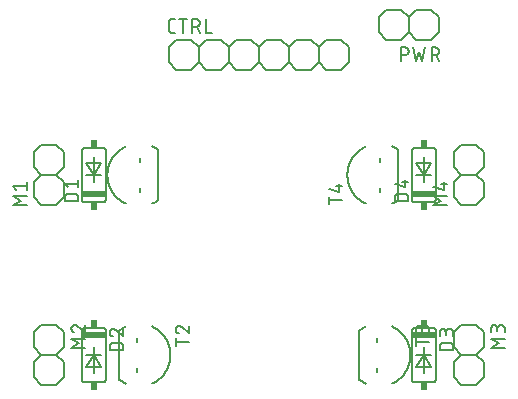
<source format=gbr>
G04 EAGLE Gerber RS-274X export*
G75*
%MOMM*%
%FSLAX34Y34*%
%LPD*%
%INSilkscreen Top*%
%IPPOS*%
%AMOC8*
5,1,8,0,0,1.08239X$1,22.5*%
G01*
%ADD10C,0.152400*%
%ADD11C,0.127000*%
%ADD12R,2.032000X0.508000*%
%ADD13R,0.508000X0.635000*%


D10*
X247650Y330200D02*
X260350Y330200D01*
X266700Y323850D01*
X266700Y311150D01*
X260350Y304800D01*
X266700Y323850D02*
X273050Y330200D01*
X285750Y330200D01*
X292100Y323850D01*
X292100Y311150D01*
X285750Y304800D01*
X273050Y304800D01*
X266700Y311150D01*
X222250Y330200D02*
X215900Y323850D01*
X222250Y330200D02*
X234950Y330200D01*
X241300Y323850D01*
X241300Y311150D01*
X234950Y304800D01*
X222250Y304800D01*
X215900Y311150D01*
X241300Y323850D02*
X247650Y330200D01*
X241300Y311150D02*
X247650Y304800D01*
X260350Y304800D01*
X184150Y330200D02*
X171450Y330200D01*
X184150Y330200D02*
X190500Y323850D01*
X190500Y311150D01*
X184150Y304800D01*
X190500Y323850D02*
X196850Y330200D01*
X209550Y330200D01*
X215900Y323850D01*
X215900Y311150D01*
X209550Y304800D01*
X196850Y304800D01*
X190500Y311150D01*
X165100Y311150D02*
X165100Y323850D01*
X171450Y330200D01*
X165100Y311150D02*
X171450Y304800D01*
X184150Y304800D01*
X298450Y330200D02*
X311150Y330200D01*
X317500Y323850D01*
X317500Y311150D01*
X311150Y304800D01*
X292100Y323850D02*
X298450Y330200D01*
X292100Y311150D02*
X298450Y304800D01*
X311150Y304800D01*
D11*
X170053Y336423D02*
X167513Y336423D01*
X167413Y336425D01*
X167314Y336431D01*
X167214Y336441D01*
X167116Y336454D01*
X167017Y336472D01*
X166920Y336493D01*
X166824Y336518D01*
X166728Y336547D01*
X166634Y336580D01*
X166541Y336616D01*
X166450Y336656D01*
X166360Y336700D01*
X166272Y336747D01*
X166186Y336797D01*
X166102Y336851D01*
X166020Y336908D01*
X165941Y336968D01*
X165863Y337032D01*
X165789Y337098D01*
X165717Y337167D01*
X165648Y337239D01*
X165582Y337313D01*
X165518Y337391D01*
X165458Y337470D01*
X165401Y337552D01*
X165347Y337636D01*
X165297Y337722D01*
X165250Y337810D01*
X165206Y337900D01*
X165166Y337991D01*
X165130Y338084D01*
X165097Y338178D01*
X165068Y338274D01*
X165043Y338370D01*
X165022Y338467D01*
X165004Y338566D01*
X164991Y338664D01*
X164981Y338764D01*
X164975Y338863D01*
X164973Y338963D01*
X164973Y345313D01*
X164975Y345413D01*
X164981Y345512D01*
X164991Y345612D01*
X165004Y345710D01*
X165022Y345809D01*
X165043Y345906D01*
X165068Y346002D01*
X165097Y346098D01*
X165130Y346192D01*
X165166Y346285D01*
X165206Y346376D01*
X165250Y346466D01*
X165297Y346554D01*
X165347Y346640D01*
X165401Y346724D01*
X165458Y346806D01*
X165518Y346885D01*
X165582Y346963D01*
X165648Y347037D01*
X165717Y347109D01*
X165789Y347178D01*
X165863Y347244D01*
X165941Y347308D01*
X166020Y347368D01*
X166102Y347425D01*
X166186Y347479D01*
X166272Y347529D01*
X166360Y347576D01*
X166450Y347620D01*
X166541Y347660D01*
X166634Y347696D01*
X166728Y347729D01*
X166824Y347758D01*
X166920Y347783D01*
X167017Y347804D01*
X167116Y347822D01*
X167214Y347835D01*
X167314Y347845D01*
X167413Y347851D01*
X167513Y347853D01*
X170053Y347853D01*
X176948Y347853D02*
X176948Y336423D01*
X173773Y347853D02*
X180123Y347853D01*
X184905Y347853D02*
X184905Y336423D01*
X184905Y347853D02*
X188080Y347853D01*
X188191Y347851D01*
X188301Y347845D01*
X188412Y347836D01*
X188522Y347822D01*
X188631Y347805D01*
X188740Y347784D01*
X188848Y347759D01*
X188955Y347730D01*
X189061Y347698D01*
X189166Y347662D01*
X189269Y347622D01*
X189371Y347579D01*
X189472Y347532D01*
X189571Y347481D01*
X189668Y347428D01*
X189762Y347371D01*
X189855Y347310D01*
X189946Y347247D01*
X190035Y347180D01*
X190121Y347110D01*
X190204Y347037D01*
X190286Y346962D01*
X190364Y346884D01*
X190439Y346802D01*
X190512Y346719D01*
X190582Y346633D01*
X190649Y346544D01*
X190712Y346453D01*
X190773Y346360D01*
X190830Y346265D01*
X190883Y346169D01*
X190934Y346070D01*
X190981Y345969D01*
X191024Y345867D01*
X191064Y345764D01*
X191100Y345659D01*
X191132Y345553D01*
X191161Y345446D01*
X191186Y345338D01*
X191207Y345229D01*
X191224Y345120D01*
X191238Y345010D01*
X191247Y344899D01*
X191253Y344789D01*
X191255Y344678D01*
X191253Y344567D01*
X191247Y344457D01*
X191238Y344346D01*
X191224Y344236D01*
X191207Y344127D01*
X191186Y344018D01*
X191161Y343910D01*
X191132Y343803D01*
X191100Y343697D01*
X191064Y343592D01*
X191024Y343489D01*
X190981Y343387D01*
X190934Y343286D01*
X190883Y343187D01*
X190830Y343090D01*
X190773Y342996D01*
X190712Y342903D01*
X190649Y342812D01*
X190582Y342723D01*
X190512Y342637D01*
X190439Y342554D01*
X190364Y342472D01*
X190286Y342394D01*
X190204Y342319D01*
X190121Y342246D01*
X190035Y342176D01*
X189946Y342109D01*
X189855Y342046D01*
X189762Y341985D01*
X189667Y341928D01*
X189571Y341875D01*
X189472Y341824D01*
X189371Y341777D01*
X189269Y341734D01*
X189166Y341694D01*
X189061Y341658D01*
X188955Y341626D01*
X188848Y341597D01*
X188740Y341572D01*
X188631Y341551D01*
X188522Y341534D01*
X188412Y341520D01*
X188301Y341511D01*
X188191Y341505D01*
X188080Y341503D01*
X184905Y341503D01*
X188715Y341503D02*
X191255Y336423D01*
X196659Y336423D02*
X196659Y347853D01*
X196659Y336423D02*
X201739Y336423D01*
D10*
X101600Y215900D02*
X101600Y209550D01*
X95250Y226060D02*
X107950Y226060D01*
X101600Y215900D01*
X101600Y231140D01*
X95250Y226060D02*
X101600Y215900D01*
X95250Y215900D01*
X101600Y215900D02*
X107950Y215900D01*
X91440Y236220D02*
X91442Y236320D01*
X91448Y236419D01*
X91458Y236519D01*
X91471Y236617D01*
X91489Y236716D01*
X91510Y236813D01*
X91535Y236909D01*
X91564Y237005D01*
X91597Y237099D01*
X91633Y237192D01*
X91673Y237283D01*
X91717Y237373D01*
X91764Y237461D01*
X91814Y237547D01*
X91868Y237631D01*
X91925Y237713D01*
X91985Y237792D01*
X92049Y237870D01*
X92115Y237944D01*
X92184Y238016D01*
X92256Y238085D01*
X92330Y238151D01*
X92408Y238215D01*
X92487Y238275D01*
X92569Y238332D01*
X92653Y238386D01*
X92739Y238436D01*
X92827Y238483D01*
X92917Y238527D01*
X93008Y238567D01*
X93101Y238603D01*
X93195Y238636D01*
X93291Y238665D01*
X93387Y238690D01*
X93484Y238711D01*
X93583Y238729D01*
X93681Y238742D01*
X93781Y238752D01*
X93880Y238758D01*
X93980Y238760D01*
X109220Y238760D01*
X109320Y238758D01*
X109419Y238752D01*
X109519Y238742D01*
X109617Y238729D01*
X109716Y238711D01*
X109813Y238690D01*
X109909Y238665D01*
X110005Y238636D01*
X110099Y238603D01*
X110192Y238567D01*
X110283Y238527D01*
X110373Y238483D01*
X110461Y238436D01*
X110547Y238386D01*
X110631Y238332D01*
X110713Y238275D01*
X110792Y238215D01*
X110870Y238151D01*
X110944Y238085D01*
X111016Y238016D01*
X111085Y237944D01*
X111151Y237870D01*
X111215Y237792D01*
X111275Y237713D01*
X111332Y237631D01*
X111386Y237547D01*
X111436Y237461D01*
X111483Y237373D01*
X111527Y237283D01*
X111567Y237192D01*
X111603Y237099D01*
X111636Y237005D01*
X111665Y236909D01*
X111690Y236813D01*
X111711Y236716D01*
X111729Y236617D01*
X111742Y236519D01*
X111752Y236419D01*
X111758Y236320D01*
X111760Y236220D01*
X91440Y195580D02*
X91442Y195480D01*
X91448Y195381D01*
X91458Y195281D01*
X91471Y195183D01*
X91489Y195084D01*
X91510Y194987D01*
X91535Y194891D01*
X91564Y194795D01*
X91597Y194701D01*
X91633Y194608D01*
X91673Y194517D01*
X91717Y194427D01*
X91764Y194339D01*
X91814Y194253D01*
X91868Y194169D01*
X91925Y194087D01*
X91985Y194008D01*
X92049Y193930D01*
X92115Y193856D01*
X92184Y193784D01*
X92256Y193715D01*
X92330Y193649D01*
X92408Y193585D01*
X92487Y193525D01*
X92569Y193468D01*
X92653Y193414D01*
X92739Y193364D01*
X92827Y193317D01*
X92917Y193273D01*
X93008Y193233D01*
X93101Y193197D01*
X93195Y193164D01*
X93291Y193135D01*
X93387Y193110D01*
X93484Y193089D01*
X93583Y193071D01*
X93681Y193058D01*
X93781Y193048D01*
X93880Y193042D01*
X93980Y193040D01*
X109220Y193040D02*
X109320Y193042D01*
X109419Y193048D01*
X109519Y193058D01*
X109617Y193071D01*
X109716Y193089D01*
X109813Y193110D01*
X109909Y193135D01*
X110005Y193164D01*
X110099Y193197D01*
X110192Y193233D01*
X110283Y193273D01*
X110373Y193317D01*
X110461Y193364D01*
X110547Y193414D01*
X110631Y193468D01*
X110713Y193525D01*
X110792Y193585D01*
X110870Y193649D01*
X110944Y193715D01*
X111016Y193784D01*
X111085Y193856D01*
X111151Y193930D01*
X111215Y194008D01*
X111275Y194087D01*
X111332Y194169D01*
X111386Y194253D01*
X111436Y194339D01*
X111483Y194427D01*
X111527Y194517D01*
X111567Y194608D01*
X111603Y194701D01*
X111636Y194795D01*
X111665Y194891D01*
X111690Y194987D01*
X111711Y195084D01*
X111729Y195183D01*
X111742Y195281D01*
X111752Y195381D01*
X111758Y195480D01*
X111760Y195580D01*
X111760Y236220D01*
X109220Y193040D02*
X93980Y193040D01*
X91440Y195580D02*
X91440Y236220D01*
D12*
X101600Y199390D03*
D13*
X101600Y241935D03*
X101600Y189865D03*
D11*
X88265Y193675D02*
X76835Y193675D01*
X76835Y196850D01*
X76837Y196961D01*
X76843Y197071D01*
X76852Y197182D01*
X76866Y197292D01*
X76883Y197401D01*
X76904Y197510D01*
X76929Y197618D01*
X76958Y197725D01*
X76990Y197831D01*
X77026Y197936D01*
X77066Y198039D01*
X77109Y198141D01*
X77156Y198242D01*
X77207Y198341D01*
X77260Y198438D01*
X77317Y198532D01*
X77378Y198625D01*
X77441Y198716D01*
X77508Y198805D01*
X77578Y198891D01*
X77651Y198974D01*
X77726Y199056D01*
X77804Y199134D01*
X77886Y199209D01*
X77969Y199282D01*
X78055Y199352D01*
X78144Y199419D01*
X78235Y199482D01*
X78328Y199543D01*
X78423Y199600D01*
X78519Y199653D01*
X78618Y199704D01*
X78719Y199751D01*
X78821Y199794D01*
X78924Y199834D01*
X79029Y199870D01*
X79135Y199902D01*
X79242Y199931D01*
X79350Y199956D01*
X79459Y199977D01*
X79568Y199994D01*
X79678Y200008D01*
X79789Y200017D01*
X79899Y200023D01*
X80010Y200025D01*
X85090Y200025D01*
X85201Y200023D01*
X85311Y200017D01*
X85422Y200008D01*
X85532Y199994D01*
X85641Y199977D01*
X85750Y199956D01*
X85858Y199931D01*
X85965Y199902D01*
X86071Y199870D01*
X86176Y199834D01*
X86279Y199794D01*
X86381Y199751D01*
X86482Y199704D01*
X86581Y199653D01*
X86678Y199600D01*
X86772Y199543D01*
X86865Y199482D01*
X86956Y199419D01*
X87045Y199352D01*
X87131Y199282D01*
X87214Y199209D01*
X87296Y199134D01*
X87374Y199056D01*
X87449Y198974D01*
X87522Y198891D01*
X87592Y198805D01*
X87659Y198716D01*
X87722Y198625D01*
X87783Y198532D01*
X87840Y198438D01*
X87893Y198341D01*
X87944Y198242D01*
X87991Y198141D01*
X88034Y198039D01*
X88074Y197936D01*
X88110Y197831D01*
X88142Y197725D01*
X88171Y197618D01*
X88196Y197510D01*
X88217Y197401D01*
X88234Y197292D01*
X88248Y197182D01*
X88257Y197071D01*
X88263Y196961D01*
X88265Y196850D01*
X88265Y193675D01*
X79375Y205486D02*
X76835Y208661D01*
X88265Y208661D01*
X88265Y205486D02*
X88265Y211836D01*
D10*
X101600Y69850D02*
X101600Y63500D01*
X107950Y53340D02*
X95250Y53340D01*
X101600Y63500D01*
X101600Y48260D01*
X107950Y53340D02*
X101600Y63500D01*
X107950Y63500D01*
X101600Y63500D02*
X95250Y63500D01*
X111760Y43180D02*
X111758Y43080D01*
X111752Y42981D01*
X111742Y42881D01*
X111729Y42783D01*
X111711Y42684D01*
X111690Y42587D01*
X111665Y42491D01*
X111636Y42395D01*
X111603Y42301D01*
X111567Y42208D01*
X111527Y42117D01*
X111483Y42027D01*
X111436Y41939D01*
X111386Y41853D01*
X111332Y41769D01*
X111275Y41687D01*
X111215Y41608D01*
X111151Y41530D01*
X111085Y41456D01*
X111016Y41384D01*
X110944Y41315D01*
X110870Y41249D01*
X110792Y41185D01*
X110713Y41125D01*
X110631Y41068D01*
X110547Y41014D01*
X110461Y40964D01*
X110373Y40917D01*
X110283Y40873D01*
X110192Y40833D01*
X110099Y40797D01*
X110005Y40764D01*
X109909Y40735D01*
X109813Y40710D01*
X109716Y40689D01*
X109617Y40671D01*
X109519Y40658D01*
X109419Y40648D01*
X109320Y40642D01*
X109220Y40640D01*
X93980Y40640D01*
X93880Y40642D01*
X93781Y40648D01*
X93681Y40658D01*
X93583Y40671D01*
X93484Y40689D01*
X93387Y40710D01*
X93291Y40735D01*
X93195Y40764D01*
X93101Y40797D01*
X93008Y40833D01*
X92917Y40873D01*
X92827Y40917D01*
X92739Y40964D01*
X92653Y41014D01*
X92569Y41068D01*
X92487Y41125D01*
X92408Y41185D01*
X92330Y41249D01*
X92256Y41315D01*
X92184Y41384D01*
X92115Y41456D01*
X92049Y41530D01*
X91985Y41608D01*
X91925Y41687D01*
X91868Y41769D01*
X91814Y41853D01*
X91764Y41939D01*
X91717Y42027D01*
X91673Y42117D01*
X91633Y42208D01*
X91597Y42301D01*
X91564Y42395D01*
X91535Y42491D01*
X91510Y42587D01*
X91489Y42684D01*
X91471Y42783D01*
X91458Y42881D01*
X91448Y42981D01*
X91442Y43080D01*
X91440Y43180D01*
X111760Y83820D02*
X111758Y83920D01*
X111752Y84019D01*
X111742Y84119D01*
X111729Y84217D01*
X111711Y84316D01*
X111690Y84413D01*
X111665Y84509D01*
X111636Y84605D01*
X111603Y84699D01*
X111567Y84792D01*
X111527Y84883D01*
X111483Y84973D01*
X111436Y85061D01*
X111386Y85147D01*
X111332Y85231D01*
X111275Y85313D01*
X111215Y85392D01*
X111151Y85470D01*
X111085Y85544D01*
X111016Y85616D01*
X110944Y85685D01*
X110870Y85751D01*
X110792Y85815D01*
X110713Y85875D01*
X110631Y85932D01*
X110547Y85986D01*
X110461Y86036D01*
X110373Y86083D01*
X110283Y86127D01*
X110192Y86167D01*
X110099Y86203D01*
X110005Y86236D01*
X109909Y86265D01*
X109813Y86290D01*
X109716Y86311D01*
X109617Y86329D01*
X109519Y86342D01*
X109419Y86352D01*
X109320Y86358D01*
X109220Y86360D01*
X93980Y86360D02*
X93880Y86358D01*
X93781Y86352D01*
X93681Y86342D01*
X93583Y86329D01*
X93484Y86311D01*
X93387Y86290D01*
X93291Y86265D01*
X93195Y86236D01*
X93101Y86203D01*
X93008Y86167D01*
X92917Y86127D01*
X92827Y86083D01*
X92739Y86036D01*
X92653Y85986D01*
X92569Y85932D01*
X92487Y85875D01*
X92408Y85815D01*
X92330Y85751D01*
X92256Y85685D01*
X92184Y85616D01*
X92115Y85544D01*
X92049Y85470D01*
X91985Y85392D01*
X91925Y85313D01*
X91868Y85231D01*
X91814Y85147D01*
X91764Y85061D01*
X91717Y84973D01*
X91673Y84883D01*
X91633Y84792D01*
X91597Y84699D01*
X91564Y84605D01*
X91535Y84509D01*
X91510Y84413D01*
X91489Y84316D01*
X91471Y84217D01*
X91458Y84119D01*
X91448Y84019D01*
X91442Y83920D01*
X91440Y83820D01*
X91440Y43180D01*
X93980Y86360D02*
X109220Y86360D01*
X111760Y83820D02*
X111760Y43180D01*
D12*
X101600Y80010D03*
D13*
X101600Y37465D03*
X101600Y89535D03*
D11*
X114935Y67564D02*
X126365Y67564D01*
X114935Y67564D02*
X114935Y70739D01*
X114937Y70850D01*
X114943Y70960D01*
X114952Y71071D01*
X114966Y71181D01*
X114983Y71290D01*
X115004Y71399D01*
X115029Y71507D01*
X115058Y71614D01*
X115090Y71720D01*
X115126Y71825D01*
X115166Y71928D01*
X115209Y72030D01*
X115256Y72131D01*
X115307Y72230D01*
X115360Y72327D01*
X115417Y72421D01*
X115478Y72514D01*
X115541Y72605D01*
X115608Y72694D01*
X115678Y72780D01*
X115751Y72863D01*
X115826Y72945D01*
X115904Y73023D01*
X115986Y73098D01*
X116069Y73171D01*
X116155Y73241D01*
X116244Y73308D01*
X116335Y73371D01*
X116428Y73432D01*
X116523Y73489D01*
X116619Y73542D01*
X116718Y73593D01*
X116819Y73640D01*
X116921Y73683D01*
X117024Y73723D01*
X117129Y73759D01*
X117235Y73791D01*
X117342Y73820D01*
X117450Y73845D01*
X117559Y73866D01*
X117668Y73883D01*
X117778Y73897D01*
X117889Y73906D01*
X117999Y73912D01*
X118110Y73914D01*
X123190Y73914D01*
X123301Y73912D01*
X123411Y73906D01*
X123522Y73897D01*
X123632Y73883D01*
X123741Y73866D01*
X123850Y73845D01*
X123958Y73820D01*
X124065Y73791D01*
X124171Y73759D01*
X124276Y73723D01*
X124379Y73683D01*
X124481Y73640D01*
X124582Y73593D01*
X124681Y73542D01*
X124778Y73489D01*
X124872Y73432D01*
X124965Y73371D01*
X125056Y73308D01*
X125145Y73241D01*
X125231Y73171D01*
X125314Y73098D01*
X125396Y73023D01*
X125474Y72945D01*
X125549Y72863D01*
X125622Y72780D01*
X125692Y72694D01*
X125759Y72605D01*
X125822Y72514D01*
X125883Y72421D01*
X125940Y72327D01*
X125993Y72230D01*
X126044Y72131D01*
X126091Y72030D01*
X126134Y71928D01*
X126174Y71825D01*
X126210Y71720D01*
X126242Y71614D01*
X126271Y71507D01*
X126296Y71399D01*
X126317Y71290D01*
X126334Y71181D01*
X126348Y71071D01*
X126357Y70960D01*
X126363Y70850D01*
X126365Y70739D01*
X126365Y67564D01*
X114935Y82868D02*
X114937Y82972D01*
X114943Y83077D01*
X114952Y83181D01*
X114965Y83284D01*
X114983Y83387D01*
X115003Y83489D01*
X115028Y83591D01*
X115056Y83691D01*
X115088Y83791D01*
X115124Y83889D01*
X115163Y83986D01*
X115205Y84081D01*
X115251Y84175D01*
X115301Y84267D01*
X115353Y84357D01*
X115409Y84445D01*
X115469Y84531D01*
X115531Y84615D01*
X115596Y84696D01*
X115664Y84775D01*
X115736Y84852D01*
X115809Y84925D01*
X115886Y84997D01*
X115965Y85065D01*
X116046Y85130D01*
X116130Y85192D01*
X116216Y85252D01*
X116304Y85308D01*
X116394Y85360D01*
X116486Y85410D01*
X116580Y85456D01*
X116675Y85498D01*
X116772Y85537D01*
X116870Y85573D01*
X116970Y85605D01*
X117070Y85633D01*
X117172Y85658D01*
X117274Y85678D01*
X117377Y85696D01*
X117480Y85709D01*
X117584Y85718D01*
X117689Y85724D01*
X117793Y85726D01*
X114935Y82868D02*
X114937Y82750D01*
X114943Y82631D01*
X114952Y82513D01*
X114965Y82396D01*
X114983Y82279D01*
X115003Y82162D01*
X115028Y82046D01*
X115056Y81931D01*
X115089Y81818D01*
X115124Y81705D01*
X115164Y81593D01*
X115206Y81483D01*
X115253Y81374D01*
X115303Y81266D01*
X115356Y81161D01*
X115413Y81057D01*
X115473Y80955D01*
X115536Y80855D01*
X115603Y80757D01*
X115672Y80661D01*
X115745Y80568D01*
X115821Y80477D01*
X115899Y80388D01*
X115981Y80302D01*
X116065Y80219D01*
X116151Y80138D01*
X116241Y80061D01*
X116332Y79986D01*
X116426Y79914D01*
X116523Y79845D01*
X116621Y79780D01*
X116722Y79717D01*
X116825Y79658D01*
X116929Y79602D01*
X117035Y79550D01*
X117143Y79501D01*
X117252Y79456D01*
X117363Y79414D01*
X117475Y79376D01*
X120015Y84773D02*
X119940Y84849D01*
X119861Y84924D01*
X119780Y84995D01*
X119696Y85064D01*
X119610Y85129D01*
X119522Y85191D01*
X119432Y85251D01*
X119340Y85307D01*
X119245Y85360D01*
X119149Y85409D01*
X119051Y85455D01*
X118952Y85498D01*
X118851Y85537D01*
X118749Y85572D01*
X118646Y85604D01*
X118542Y85632D01*
X118437Y85657D01*
X118330Y85678D01*
X118224Y85695D01*
X118117Y85708D01*
X118009Y85717D01*
X117901Y85723D01*
X117793Y85725D01*
X120015Y84773D02*
X126365Y79375D01*
X126365Y85725D01*
D10*
X381000Y69850D02*
X381000Y63500D01*
X387350Y53340D02*
X374650Y53340D01*
X381000Y63500D01*
X381000Y48260D01*
X387350Y53340D02*
X381000Y63500D01*
X387350Y63500D01*
X381000Y63500D02*
X374650Y63500D01*
X391160Y43180D02*
X391158Y43080D01*
X391152Y42981D01*
X391142Y42881D01*
X391129Y42783D01*
X391111Y42684D01*
X391090Y42587D01*
X391065Y42491D01*
X391036Y42395D01*
X391003Y42301D01*
X390967Y42208D01*
X390927Y42117D01*
X390883Y42027D01*
X390836Y41939D01*
X390786Y41853D01*
X390732Y41769D01*
X390675Y41687D01*
X390615Y41608D01*
X390551Y41530D01*
X390485Y41456D01*
X390416Y41384D01*
X390344Y41315D01*
X390270Y41249D01*
X390192Y41185D01*
X390113Y41125D01*
X390031Y41068D01*
X389947Y41014D01*
X389861Y40964D01*
X389773Y40917D01*
X389683Y40873D01*
X389592Y40833D01*
X389499Y40797D01*
X389405Y40764D01*
X389309Y40735D01*
X389213Y40710D01*
X389116Y40689D01*
X389017Y40671D01*
X388919Y40658D01*
X388819Y40648D01*
X388720Y40642D01*
X388620Y40640D01*
X373380Y40640D01*
X373280Y40642D01*
X373181Y40648D01*
X373081Y40658D01*
X372983Y40671D01*
X372884Y40689D01*
X372787Y40710D01*
X372691Y40735D01*
X372595Y40764D01*
X372501Y40797D01*
X372408Y40833D01*
X372317Y40873D01*
X372227Y40917D01*
X372139Y40964D01*
X372053Y41014D01*
X371969Y41068D01*
X371887Y41125D01*
X371808Y41185D01*
X371730Y41249D01*
X371656Y41315D01*
X371584Y41384D01*
X371515Y41456D01*
X371449Y41530D01*
X371385Y41608D01*
X371325Y41687D01*
X371268Y41769D01*
X371214Y41853D01*
X371164Y41939D01*
X371117Y42027D01*
X371073Y42117D01*
X371033Y42208D01*
X370997Y42301D01*
X370964Y42395D01*
X370935Y42491D01*
X370910Y42587D01*
X370889Y42684D01*
X370871Y42783D01*
X370858Y42881D01*
X370848Y42981D01*
X370842Y43080D01*
X370840Y43180D01*
X391160Y83820D02*
X391158Y83920D01*
X391152Y84019D01*
X391142Y84119D01*
X391129Y84217D01*
X391111Y84316D01*
X391090Y84413D01*
X391065Y84509D01*
X391036Y84605D01*
X391003Y84699D01*
X390967Y84792D01*
X390927Y84883D01*
X390883Y84973D01*
X390836Y85061D01*
X390786Y85147D01*
X390732Y85231D01*
X390675Y85313D01*
X390615Y85392D01*
X390551Y85470D01*
X390485Y85544D01*
X390416Y85616D01*
X390344Y85685D01*
X390270Y85751D01*
X390192Y85815D01*
X390113Y85875D01*
X390031Y85932D01*
X389947Y85986D01*
X389861Y86036D01*
X389773Y86083D01*
X389683Y86127D01*
X389592Y86167D01*
X389499Y86203D01*
X389405Y86236D01*
X389309Y86265D01*
X389213Y86290D01*
X389116Y86311D01*
X389017Y86329D01*
X388919Y86342D01*
X388819Y86352D01*
X388720Y86358D01*
X388620Y86360D01*
X373380Y86360D02*
X373280Y86358D01*
X373181Y86352D01*
X373081Y86342D01*
X372983Y86329D01*
X372884Y86311D01*
X372787Y86290D01*
X372691Y86265D01*
X372595Y86236D01*
X372501Y86203D01*
X372408Y86167D01*
X372317Y86127D01*
X372227Y86083D01*
X372139Y86036D01*
X372053Y85986D01*
X371969Y85932D01*
X371887Y85875D01*
X371808Y85815D01*
X371730Y85751D01*
X371656Y85685D01*
X371584Y85616D01*
X371515Y85544D01*
X371449Y85470D01*
X371385Y85392D01*
X371325Y85313D01*
X371268Y85231D01*
X371214Y85147D01*
X371164Y85061D01*
X371117Y84973D01*
X371073Y84883D01*
X371033Y84792D01*
X370997Y84699D01*
X370964Y84605D01*
X370935Y84509D01*
X370910Y84413D01*
X370889Y84316D01*
X370871Y84217D01*
X370858Y84119D01*
X370848Y84019D01*
X370842Y83920D01*
X370840Y83820D01*
X370840Y43180D01*
X373380Y86360D02*
X388620Y86360D01*
X391160Y83820D02*
X391160Y43180D01*
D12*
X381000Y80010D03*
D13*
X381000Y37465D03*
X381000Y89535D03*
D11*
X394335Y67564D02*
X405765Y67564D01*
X394335Y67564D02*
X394335Y70739D01*
X394337Y70850D01*
X394343Y70960D01*
X394352Y71071D01*
X394366Y71181D01*
X394383Y71290D01*
X394404Y71399D01*
X394429Y71507D01*
X394458Y71614D01*
X394490Y71720D01*
X394526Y71825D01*
X394566Y71928D01*
X394609Y72030D01*
X394656Y72131D01*
X394707Y72230D01*
X394760Y72327D01*
X394817Y72421D01*
X394878Y72514D01*
X394941Y72605D01*
X395008Y72694D01*
X395078Y72780D01*
X395151Y72863D01*
X395226Y72945D01*
X395304Y73023D01*
X395386Y73098D01*
X395469Y73171D01*
X395555Y73241D01*
X395644Y73308D01*
X395735Y73371D01*
X395828Y73432D01*
X395923Y73489D01*
X396019Y73542D01*
X396118Y73593D01*
X396219Y73640D01*
X396321Y73683D01*
X396424Y73723D01*
X396529Y73759D01*
X396635Y73791D01*
X396742Y73820D01*
X396850Y73845D01*
X396959Y73866D01*
X397068Y73883D01*
X397178Y73897D01*
X397289Y73906D01*
X397399Y73912D01*
X397510Y73914D01*
X402590Y73914D01*
X402701Y73912D01*
X402811Y73906D01*
X402922Y73897D01*
X403032Y73883D01*
X403141Y73866D01*
X403250Y73845D01*
X403358Y73820D01*
X403465Y73791D01*
X403571Y73759D01*
X403676Y73723D01*
X403779Y73683D01*
X403881Y73640D01*
X403982Y73593D01*
X404081Y73542D01*
X404178Y73489D01*
X404272Y73432D01*
X404365Y73371D01*
X404456Y73308D01*
X404545Y73241D01*
X404631Y73171D01*
X404714Y73098D01*
X404796Y73023D01*
X404874Y72945D01*
X404949Y72863D01*
X405022Y72780D01*
X405092Y72694D01*
X405159Y72605D01*
X405222Y72514D01*
X405283Y72421D01*
X405340Y72327D01*
X405393Y72230D01*
X405444Y72131D01*
X405491Y72030D01*
X405534Y71928D01*
X405574Y71825D01*
X405610Y71720D01*
X405642Y71614D01*
X405671Y71507D01*
X405696Y71399D01*
X405717Y71290D01*
X405734Y71181D01*
X405748Y71071D01*
X405757Y70960D01*
X405763Y70850D01*
X405765Y70739D01*
X405765Y67564D01*
X405765Y79375D02*
X405765Y82550D01*
X405763Y82661D01*
X405757Y82771D01*
X405748Y82882D01*
X405734Y82992D01*
X405717Y83101D01*
X405696Y83210D01*
X405671Y83318D01*
X405642Y83425D01*
X405610Y83531D01*
X405574Y83636D01*
X405534Y83739D01*
X405491Y83841D01*
X405444Y83942D01*
X405393Y84041D01*
X405340Y84138D01*
X405283Y84232D01*
X405222Y84325D01*
X405159Y84416D01*
X405092Y84505D01*
X405022Y84591D01*
X404949Y84674D01*
X404874Y84756D01*
X404796Y84834D01*
X404714Y84909D01*
X404631Y84982D01*
X404545Y85052D01*
X404456Y85119D01*
X404365Y85182D01*
X404272Y85243D01*
X404178Y85300D01*
X404081Y85353D01*
X403982Y85404D01*
X403881Y85451D01*
X403779Y85494D01*
X403676Y85534D01*
X403571Y85570D01*
X403465Y85602D01*
X403358Y85631D01*
X403250Y85656D01*
X403141Y85677D01*
X403032Y85694D01*
X402922Y85708D01*
X402811Y85717D01*
X402701Y85723D01*
X402590Y85725D01*
X402479Y85723D01*
X402369Y85717D01*
X402258Y85708D01*
X402148Y85694D01*
X402039Y85677D01*
X401930Y85656D01*
X401822Y85631D01*
X401715Y85602D01*
X401609Y85570D01*
X401504Y85534D01*
X401401Y85494D01*
X401299Y85451D01*
X401198Y85404D01*
X401099Y85353D01*
X401003Y85300D01*
X400908Y85243D01*
X400815Y85182D01*
X400724Y85119D01*
X400635Y85052D01*
X400549Y84982D01*
X400466Y84909D01*
X400384Y84834D01*
X400306Y84756D01*
X400231Y84674D01*
X400158Y84591D01*
X400088Y84505D01*
X400021Y84416D01*
X399958Y84325D01*
X399897Y84232D01*
X399840Y84137D01*
X399787Y84041D01*
X399736Y83942D01*
X399689Y83841D01*
X399646Y83739D01*
X399606Y83636D01*
X399570Y83531D01*
X399538Y83425D01*
X399509Y83318D01*
X399484Y83210D01*
X399463Y83101D01*
X399446Y82992D01*
X399432Y82882D01*
X399423Y82771D01*
X399417Y82661D01*
X399415Y82550D01*
X394335Y83185D02*
X394335Y79375D01*
X394335Y83185D02*
X394337Y83285D01*
X394343Y83384D01*
X394353Y83484D01*
X394366Y83582D01*
X394384Y83681D01*
X394405Y83778D01*
X394430Y83874D01*
X394459Y83970D01*
X394492Y84064D01*
X394528Y84157D01*
X394568Y84248D01*
X394612Y84338D01*
X394659Y84426D01*
X394709Y84512D01*
X394763Y84596D01*
X394820Y84678D01*
X394880Y84757D01*
X394944Y84835D01*
X395010Y84909D01*
X395079Y84981D01*
X395151Y85050D01*
X395225Y85116D01*
X395303Y85180D01*
X395382Y85240D01*
X395464Y85297D01*
X395548Y85351D01*
X395634Y85401D01*
X395722Y85448D01*
X395812Y85492D01*
X395903Y85532D01*
X395996Y85568D01*
X396090Y85601D01*
X396186Y85630D01*
X396282Y85655D01*
X396379Y85676D01*
X396478Y85694D01*
X396576Y85707D01*
X396676Y85717D01*
X396775Y85723D01*
X396875Y85725D01*
X396975Y85723D01*
X397074Y85717D01*
X397174Y85707D01*
X397272Y85694D01*
X397371Y85676D01*
X397468Y85655D01*
X397564Y85630D01*
X397660Y85601D01*
X397754Y85568D01*
X397847Y85532D01*
X397938Y85492D01*
X398028Y85448D01*
X398116Y85401D01*
X398202Y85351D01*
X398286Y85297D01*
X398368Y85240D01*
X398447Y85180D01*
X398525Y85116D01*
X398599Y85050D01*
X398671Y84981D01*
X398740Y84909D01*
X398806Y84835D01*
X398870Y84757D01*
X398930Y84678D01*
X398987Y84596D01*
X399041Y84512D01*
X399091Y84426D01*
X399138Y84338D01*
X399182Y84248D01*
X399222Y84157D01*
X399258Y84064D01*
X399291Y83970D01*
X399320Y83874D01*
X399345Y83778D01*
X399366Y83681D01*
X399384Y83582D01*
X399397Y83484D01*
X399407Y83384D01*
X399413Y83285D01*
X399415Y83185D01*
X399415Y80645D01*
D10*
X381000Y209550D02*
X381000Y215900D01*
X374650Y226060D02*
X387350Y226060D01*
X381000Y215900D01*
X381000Y231140D01*
X374650Y226060D02*
X381000Y215900D01*
X374650Y215900D01*
X381000Y215900D02*
X387350Y215900D01*
X370840Y236220D02*
X370842Y236320D01*
X370848Y236419D01*
X370858Y236519D01*
X370871Y236617D01*
X370889Y236716D01*
X370910Y236813D01*
X370935Y236909D01*
X370964Y237005D01*
X370997Y237099D01*
X371033Y237192D01*
X371073Y237283D01*
X371117Y237373D01*
X371164Y237461D01*
X371214Y237547D01*
X371268Y237631D01*
X371325Y237713D01*
X371385Y237792D01*
X371449Y237870D01*
X371515Y237944D01*
X371584Y238016D01*
X371656Y238085D01*
X371730Y238151D01*
X371808Y238215D01*
X371887Y238275D01*
X371969Y238332D01*
X372053Y238386D01*
X372139Y238436D01*
X372227Y238483D01*
X372317Y238527D01*
X372408Y238567D01*
X372501Y238603D01*
X372595Y238636D01*
X372691Y238665D01*
X372787Y238690D01*
X372884Y238711D01*
X372983Y238729D01*
X373081Y238742D01*
X373181Y238752D01*
X373280Y238758D01*
X373380Y238760D01*
X388620Y238760D01*
X388720Y238758D01*
X388819Y238752D01*
X388919Y238742D01*
X389017Y238729D01*
X389116Y238711D01*
X389213Y238690D01*
X389309Y238665D01*
X389405Y238636D01*
X389499Y238603D01*
X389592Y238567D01*
X389683Y238527D01*
X389773Y238483D01*
X389861Y238436D01*
X389947Y238386D01*
X390031Y238332D01*
X390113Y238275D01*
X390192Y238215D01*
X390270Y238151D01*
X390344Y238085D01*
X390416Y238016D01*
X390485Y237944D01*
X390551Y237870D01*
X390615Y237792D01*
X390675Y237713D01*
X390732Y237631D01*
X390786Y237547D01*
X390836Y237461D01*
X390883Y237373D01*
X390927Y237283D01*
X390967Y237192D01*
X391003Y237099D01*
X391036Y237005D01*
X391065Y236909D01*
X391090Y236813D01*
X391111Y236716D01*
X391129Y236617D01*
X391142Y236519D01*
X391152Y236419D01*
X391158Y236320D01*
X391160Y236220D01*
X370840Y195580D02*
X370842Y195480D01*
X370848Y195381D01*
X370858Y195281D01*
X370871Y195183D01*
X370889Y195084D01*
X370910Y194987D01*
X370935Y194891D01*
X370964Y194795D01*
X370997Y194701D01*
X371033Y194608D01*
X371073Y194517D01*
X371117Y194427D01*
X371164Y194339D01*
X371214Y194253D01*
X371268Y194169D01*
X371325Y194087D01*
X371385Y194008D01*
X371449Y193930D01*
X371515Y193856D01*
X371584Y193784D01*
X371656Y193715D01*
X371730Y193649D01*
X371808Y193585D01*
X371887Y193525D01*
X371969Y193468D01*
X372053Y193414D01*
X372139Y193364D01*
X372227Y193317D01*
X372317Y193273D01*
X372408Y193233D01*
X372501Y193197D01*
X372595Y193164D01*
X372691Y193135D01*
X372787Y193110D01*
X372884Y193089D01*
X372983Y193071D01*
X373081Y193058D01*
X373181Y193048D01*
X373280Y193042D01*
X373380Y193040D01*
X388620Y193040D02*
X388720Y193042D01*
X388819Y193048D01*
X388919Y193058D01*
X389017Y193071D01*
X389116Y193089D01*
X389213Y193110D01*
X389309Y193135D01*
X389405Y193164D01*
X389499Y193197D01*
X389592Y193233D01*
X389683Y193273D01*
X389773Y193317D01*
X389861Y193364D01*
X389947Y193414D01*
X390031Y193468D01*
X390113Y193525D01*
X390192Y193585D01*
X390270Y193649D01*
X390344Y193715D01*
X390416Y193784D01*
X390485Y193856D01*
X390551Y193930D01*
X390615Y194008D01*
X390675Y194087D01*
X390732Y194169D01*
X390786Y194253D01*
X390836Y194339D01*
X390883Y194427D01*
X390927Y194517D01*
X390967Y194608D01*
X391003Y194701D01*
X391036Y194795D01*
X391065Y194891D01*
X391090Y194987D01*
X391111Y195084D01*
X391129Y195183D01*
X391142Y195281D01*
X391152Y195381D01*
X391158Y195480D01*
X391160Y195580D01*
X391160Y236220D01*
X388620Y193040D02*
X373380Y193040D01*
X370840Y195580D02*
X370840Y236220D01*
D12*
X381000Y199390D03*
D13*
X381000Y241935D03*
X381000Y189865D03*
D11*
X367665Y193675D02*
X356235Y193675D01*
X356235Y196850D01*
X356237Y196961D01*
X356243Y197071D01*
X356252Y197182D01*
X356266Y197292D01*
X356283Y197401D01*
X356304Y197510D01*
X356329Y197618D01*
X356358Y197725D01*
X356390Y197831D01*
X356426Y197936D01*
X356466Y198039D01*
X356509Y198141D01*
X356556Y198242D01*
X356607Y198341D01*
X356660Y198438D01*
X356717Y198532D01*
X356778Y198625D01*
X356841Y198716D01*
X356908Y198805D01*
X356978Y198891D01*
X357051Y198974D01*
X357126Y199056D01*
X357204Y199134D01*
X357286Y199209D01*
X357369Y199282D01*
X357455Y199352D01*
X357544Y199419D01*
X357635Y199482D01*
X357728Y199543D01*
X357823Y199600D01*
X357919Y199653D01*
X358018Y199704D01*
X358119Y199751D01*
X358221Y199794D01*
X358324Y199834D01*
X358429Y199870D01*
X358535Y199902D01*
X358642Y199931D01*
X358750Y199956D01*
X358859Y199977D01*
X358968Y199994D01*
X359078Y200008D01*
X359189Y200017D01*
X359299Y200023D01*
X359410Y200025D01*
X364490Y200025D01*
X364601Y200023D01*
X364711Y200017D01*
X364822Y200008D01*
X364932Y199994D01*
X365041Y199977D01*
X365150Y199956D01*
X365258Y199931D01*
X365365Y199902D01*
X365471Y199870D01*
X365576Y199834D01*
X365679Y199794D01*
X365781Y199751D01*
X365882Y199704D01*
X365981Y199653D01*
X366078Y199600D01*
X366172Y199543D01*
X366265Y199482D01*
X366356Y199419D01*
X366445Y199352D01*
X366531Y199282D01*
X366614Y199209D01*
X366696Y199134D01*
X366774Y199056D01*
X366849Y198974D01*
X366922Y198891D01*
X366992Y198805D01*
X367059Y198716D01*
X367122Y198625D01*
X367183Y198532D01*
X367240Y198438D01*
X367293Y198341D01*
X367344Y198242D01*
X367391Y198141D01*
X367434Y198039D01*
X367474Y197936D01*
X367510Y197831D01*
X367542Y197725D01*
X367571Y197618D01*
X367596Y197510D01*
X367617Y197401D01*
X367634Y197292D01*
X367648Y197182D01*
X367657Y197071D01*
X367663Y196961D01*
X367665Y196850D01*
X367665Y193675D01*
X365125Y205486D02*
X356235Y208026D01*
X365125Y205486D02*
X365125Y211836D01*
X362585Y209931D02*
X367665Y209931D01*
D10*
X50800Y209550D02*
X50800Y196850D01*
X50800Y209550D02*
X57150Y215900D01*
X69850Y215900D01*
X76200Y209550D01*
X69850Y190500D02*
X57150Y190500D01*
X50800Y196850D01*
X69850Y190500D02*
X76200Y196850D01*
X76200Y209550D01*
X57150Y215900D02*
X50800Y222250D01*
X50800Y234950D01*
X57150Y241300D01*
X69850Y241300D01*
X76200Y234950D01*
X76200Y222250D01*
X69850Y215900D01*
D11*
X44577Y190373D02*
X33147Y190373D01*
X39497Y194183D01*
X33147Y197993D01*
X44577Y197993D01*
X35687Y203581D02*
X33147Y206756D01*
X44577Y206756D01*
X44577Y203581D02*
X44577Y209931D01*
D10*
X76200Y82550D02*
X76200Y69850D01*
X69850Y63500D01*
X57150Y63500D01*
X50800Y69850D01*
X57150Y88900D02*
X69850Y88900D01*
X76200Y82550D01*
X57150Y88900D02*
X50800Y82550D01*
X50800Y69850D01*
X69850Y63500D02*
X76200Y57150D01*
X76200Y44450D01*
X69850Y38100D01*
X57150Y38100D01*
X50800Y44450D01*
X50800Y57150D01*
X57150Y63500D01*
D11*
X82423Y69469D02*
X93853Y69469D01*
X88773Y73279D02*
X82423Y69469D01*
X88773Y73279D02*
X82423Y77089D01*
X93853Y77089D01*
X82423Y86170D02*
X82425Y86274D01*
X82431Y86379D01*
X82440Y86483D01*
X82453Y86586D01*
X82471Y86689D01*
X82491Y86791D01*
X82516Y86893D01*
X82544Y86993D01*
X82576Y87093D01*
X82612Y87191D01*
X82651Y87288D01*
X82693Y87383D01*
X82739Y87477D01*
X82789Y87569D01*
X82841Y87659D01*
X82897Y87747D01*
X82957Y87833D01*
X83019Y87917D01*
X83084Y87998D01*
X83152Y88077D01*
X83224Y88154D01*
X83297Y88227D01*
X83374Y88299D01*
X83453Y88367D01*
X83534Y88432D01*
X83618Y88494D01*
X83704Y88554D01*
X83792Y88610D01*
X83882Y88662D01*
X83974Y88712D01*
X84068Y88758D01*
X84163Y88800D01*
X84260Y88839D01*
X84358Y88875D01*
X84458Y88907D01*
X84558Y88935D01*
X84660Y88960D01*
X84762Y88980D01*
X84865Y88998D01*
X84968Y89011D01*
X85072Y89020D01*
X85177Y89026D01*
X85281Y89028D01*
X82423Y86170D02*
X82425Y86052D01*
X82431Y85933D01*
X82440Y85815D01*
X82453Y85698D01*
X82471Y85581D01*
X82491Y85464D01*
X82516Y85348D01*
X82544Y85233D01*
X82577Y85120D01*
X82612Y85007D01*
X82652Y84895D01*
X82694Y84785D01*
X82741Y84676D01*
X82791Y84568D01*
X82844Y84463D01*
X82901Y84359D01*
X82961Y84257D01*
X83024Y84157D01*
X83091Y84059D01*
X83160Y83963D01*
X83233Y83870D01*
X83309Y83779D01*
X83387Y83690D01*
X83469Y83604D01*
X83553Y83521D01*
X83639Y83440D01*
X83729Y83363D01*
X83820Y83288D01*
X83914Y83216D01*
X84011Y83147D01*
X84109Y83082D01*
X84210Y83019D01*
X84313Y82960D01*
X84417Y82904D01*
X84523Y82852D01*
X84631Y82803D01*
X84740Y82758D01*
X84851Y82716D01*
X84963Y82678D01*
X87503Y88075D02*
X87428Y88151D01*
X87349Y88226D01*
X87268Y88297D01*
X87184Y88366D01*
X87098Y88431D01*
X87010Y88493D01*
X86920Y88553D01*
X86828Y88609D01*
X86733Y88662D01*
X86637Y88711D01*
X86539Y88757D01*
X86440Y88800D01*
X86339Y88839D01*
X86237Y88874D01*
X86134Y88906D01*
X86030Y88934D01*
X85925Y88959D01*
X85818Y88980D01*
X85712Y88997D01*
X85605Y89010D01*
X85497Y89019D01*
X85389Y89025D01*
X85281Y89027D01*
X87503Y88075D02*
X93853Y82677D01*
X93853Y89027D01*
D10*
X431800Y82550D02*
X431800Y69850D01*
X425450Y63500D01*
X412750Y63500D01*
X406400Y69850D01*
X412750Y88900D02*
X425450Y88900D01*
X431800Y82550D01*
X412750Y88900D02*
X406400Y82550D01*
X406400Y69850D01*
X425450Y63500D02*
X431800Y57150D01*
X431800Y44450D01*
X425450Y38100D01*
X412750Y38100D01*
X406400Y44450D01*
X406400Y57150D01*
X412750Y63500D01*
D11*
X438023Y69469D02*
X449453Y69469D01*
X444373Y73279D02*
X438023Y69469D01*
X444373Y73279D02*
X438023Y77089D01*
X449453Y77089D01*
X449453Y82677D02*
X449453Y85852D01*
X449451Y85963D01*
X449445Y86073D01*
X449436Y86184D01*
X449422Y86294D01*
X449405Y86403D01*
X449384Y86512D01*
X449359Y86620D01*
X449330Y86727D01*
X449298Y86833D01*
X449262Y86938D01*
X449222Y87041D01*
X449179Y87143D01*
X449132Y87244D01*
X449081Y87343D01*
X449028Y87440D01*
X448971Y87534D01*
X448910Y87627D01*
X448847Y87718D01*
X448780Y87807D01*
X448710Y87893D01*
X448637Y87976D01*
X448562Y88058D01*
X448484Y88136D01*
X448402Y88211D01*
X448319Y88284D01*
X448233Y88354D01*
X448144Y88421D01*
X448053Y88484D01*
X447960Y88545D01*
X447866Y88602D01*
X447769Y88655D01*
X447670Y88706D01*
X447569Y88753D01*
X447467Y88796D01*
X447364Y88836D01*
X447259Y88872D01*
X447153Y88904D01*
X447046Y88933D01*
X446938Y88958D01*
X446829Y88979D01*
X446720Y88996D01*
X446610Y89010D01*
X446499Y89019D01*
X446389Y89025D01*
X446278Y89027D01*
X446167Y89025D01*
X446057Y89019D01*
X445946Y89010D01*
X445836Y88996D01*
X445727Y88979D01*
X445618Y88958D01*
X445510Y88933D01*
X445403Y88904D01*
X445297Y88872D01*
X445192Y88836D01*
X445089Y88796D01*
X444987Y88753D01*
X444886Y88706D01*
X444787Y88655D01*
X444691Y88602D01*
X444596Y88545D01*
X444503Y88484D01*
X444412Y88421D01*
X444323Y88354D01*
X444237Y88284D01*
X444154Y88211D01*
X444072Y88136D01*
X443994Y88058D01*
X443919Y87976D01*
X443846Y87893D01*
X443776Y87807D01*
X443709Y87718D01*
X443646Y87627D01*
X443585Y87534D01*
X443528Y87439D01*
X443475Y87343D01*
X443424Y87244D01*
X443377Y87143D01*
X443334Y87041D01*
X443294Y86938D01*
X443258Y86833D01*
X443226Y86727D01*
X443197Y86620D01*
X443172Y86512D01*
X443151Y86403D01*
X443134Y86294D01*
X443120Y86184D01*
X443111Y86073D01*
X443105Y85963D01*
X443103Y85852D01*
X438023Y86487D02*
X438023Y82677D01*
X438023Y86487D02*
X438025Y86587D01*
X438031Y86686D01*
X438041Y86786D01*
X438054Y86884D01*
X438072Y86983D01*
X438093Y87080D01*
X438118Y87176D01*
X438147Y87272D01*
X438180Y87366D01*
X438216Y87459D01*
X438256Y87550D01*
X438300Y87640D01*
X438347Y87728D01*
X438397Y87814D01*
X438451Y87898D01*
X438508Y87980D01*
X438568Y88059D01*
X438632Y88137D01*
X438698Y88211D01*
X438767Y88283D01*
X438839Y88352D01*
X438913Y88418D01*
X438991Y88482D01*
X439070Y88542D01*
X439152Y88599D01*
X439236Y88653D01*
X439322Y88703D01*
X439410Y88750D01*
X439500Y88794D01*
X439591Y88834D01*
X439684Y88870D01*
X439778Y88903D01*
X439874Y88932D01*
X439970Y88957D01*
X440067Y88978D01*
X440166Y88996D01*
X440264Y89009D01*
X440364Y89019D01*
X440463Y89025D01*
X440563Y89027D01*
X440663Y89025D01*
X440762Y89019D01*
X440862Y89009D01*
X440960Y88996D01*
X441059Y88978D01*
X441156Y88957D01*
X441252Y88932D01*
X441348Y88903D01*
X441442Y88870D01*
X441535Y88834D01*
X441626Y88794D01*
X441716Y88750D01*
X441804Y88703D01*
X441890Y88653D01*
X441974Y88599D01*
X442056Y88542D01*
X442135Y88482D01*
X442213Y88418D01*
X442287Y88352D01*
X442359Y88283D01*
X442428Y88211D01*
X442494Y88137D01*
X442558Y88059D01*
X442618Y87980D01*
X442675Y87898D01*
X442729Y87814D01*
X442779Y87728D01*
X442826Y87640D01*
X442870Y87550D01*
X442910Y87459D01*
X442946Y87366D01*
X442979Y87272D01*
X443008Y87176D01*
X443033Y87080D01*
X443054Y86983D01*
X443072Y86884D01*
X443085Y86786D01*
X443095Y86686D01*
X443101Y86587D01*
X443103Y86487D01*
X443103Y83947D01*
D10*
X406400Y196850D02*
X406400Y209550D01*
X412750Y215900D01*
X425450Y215900D01*
X431800Y209550D01*
X425450Y190500D02*
X412750Y190500D01*
X406400Y196850D01*
X425450Y190500D02*
X431800Y196850D01*
X431800Y209550D01*
X412750Y215900D02*
X406400Y222250D01*
X406400Y234950D01*
X412750Y241300D01*
X425450Y241300D01*
X431800Y234950D01*
X431800Y222250D01*
X425450Y215900D01*
D11*
X400177Y190373D02*
X388747Y190373D01*
X395097Y194183D01*
X388747Y197993D01*
X400177Y197993D01*
X397637Y203581D02*
X388747Y206121D01*
X397637Y203581D02*
X397637Y209931D01*
X395097Y208026D02*
X400177Y208026D01*
D10*
X387350Y330200D02*
X374650Y330200D01*
X368300Y336550D01*
X368300Y349250D01*
X374650Y355600D01*
X393700Y349250D02*
X393700Y336550D01*
X387350Y330200D01*
X393700Y349250D02*
X387350Y355600D01*
X374650Y355600D01*
X368300Y336550D02*
X361950Y330200D01*
X349250Y330200D01*
X342900Y336550D01*
X342900Y349250D01*
X349250Y355600D01*
X361950Y355600D01*
X368300Y349250D01*
D11*
X361677Y323977D02*
X361677Y312547D01*
X361677Y323977D02*
X364852Y323977D01*
X364963Y323975D01*
X365073Y323969D01*
X365184Y323960D01*
X365294Y323946D01*
X365403Y323929D01*
X365512Y323908D01*
X365620Y323883D01*
X365727Y323854D01*
X365833Y323822D01*
X365938Y323786D01*
X366041Y323746D01*
X366143Y323703D01*
X366244Y323656D01*
X366343Y323605D01*
X366440Y323552D01*
X366534Y323495D01*
X366627Y323434D01*
X366718Y323371D01*
X366807Y323304D01*
X366893Y323234D01*
X366976Y323161D01*
X367058Y323086D01*
X367136Y323008D01*
X367211Y322926D01*
X367284Y322843D01*
X367354Y322757D01*
X367421Y322668D01*
X367484Y322577D01*
X367545Y322484D01*
X367602Y322389D01*
X367655Y322293D01*
X367706Y322194D01*
X367753Y322093D01*
X367796Y321991D01*
X367836Y321888D01*
X367872Y321783D01*
X367904Y321677D01*
X367933Y321570D01*
X367958Y321462D01*
X367979Y321353D01*
X367996Y321244D01*
X368010Y321134D01*
X368019Y321023D01*
X368025Y320913D01*
X368027Y320802D01*
X368025Y320691D01*
X368019Y320581D01*
X368010Y320470D01*
X367996Y320360D01*
X367979Y320251D01*
X367958Y320142D01*
X367933Y320034D01*
X367904Y319927D01*
X367872Y319821D01*
X367836Y319716D01*
X367796Y319613D01*
X367753Y319511D01*
X367706Y319410D01*
X367655Y319311D01*
X367602Y319214D01*
X367545Y319120D01*
X367484Y319027D01*
X367421Y318936D01*
X367354Y318847D01*
X367284Y318761D01*
X367211Y318678D01*
X367136Y318596D01*
X367058Y318518D01*
X366976Y318443D01*
X366893Y318370D01*
X366807Y318300D01*
X366718Y318233D01*
X366627Y318170D01*
X366534Y318109D01*
X366440Y318052D01*
X366343Y317999D01*
X366244Y317948D01*
X366143Y317901D01*
X366041Y317858D01*
X365938Y317818D01*
X365833Y317782D01*
X365727Y317750D01*
X365620Y317721D01*
X365512Y317696D01*
X365403Y317675D01*
X365294Y317658D01*
X365184Y317644D01*
X365073Y317635D01*
X364963Y317629D01*
X364852Y317627D01*
X361677Y317627D01*
X372154Y323977D02*
X374694Y312547D01*
X377234Y320167D01*
X379774Y312547D01*
X382314Y323977D01*
X387477Y323977D02*
X387477Y312547D01*
X387477Y323977D02*
X390652Y323977D01*
X390763Y323975D01*
X390873Y323969D01*
X390984Y323960D01*
X391094Y323946D01*
X391203Y323929D01*
X391312Y323908D01*
X391420Y323883D01*
X391527Y323854D01*
X391633Y323822D01*
X391738Y323786D01*
X391841Y323746D01*
X391943Y323703D01*
X392044Y323656D01*
X392143Y323605D01*
X392240Y323552D01*
X392334Y323495D01*
X392427Y323434D01*
X392518Y323371D01*
X392607Y323304D01*
X392693Y323234D01*
X392776Y323161D01*
X392858Y323086D01*
X392936Y323008D01*
X393011Y322926D01*
X393084Y322843D01*
X393154Y322757D01*
X393221Y322668D01*
X393284Y322577D01*
X393345Y322484D01*
X393402Y322389D01*
X393455Y322293D01*
X393506Y322194D01*
X393553Y322093D01*
X393596Y321991D01*
X393636Y321888D01*
X393672Y321783D01*
X393704Y321677D01*
X393733Y321570D01*
X393758Y321462D01*
X393779Y321353D01*
X393796Y321244D01*
X393810Y321134D01*
X393819Y321023D01*
X393825Y320913D01*
X393827Y320802D01*
X393825Y320691D01*
X393819Y320581D01*
X393810Y320470D01*
X393796Y320360D01*
X393779Y320251D01*
X393758Y320142D01*
X393733Y320034D01*
X393704Y319927D01*
X393672Y319821D01*
X393636Y319716D01*
X393596Y319613D01*
X393553Y319511D01*
X393506Y319410D01*
X393455Y319311D01*
X393402Y319214D01*
X393345Y319120D01*
X393284Y319027D01*
X393221Y318936D01*
X393154Y318847D01*
X393084Y318761D01*
X393011Y318678D01*
X392936Y318596D01*
X392858Y318518D01*
X392776Y318443D01*
X392693Y318370D01*
X392607Y318300D01*
X392518Y318233D01*
X392427Y318170D01*
X392334Y318109D01*
X392240Y318052D01*
X392143Y317999D01*
X392044Y317948D01*
X391943Y317901D01*
X391841Y317858D01*
X391738Y317818D01*
X391633Y317782D01*
X391527Y317750D01*
X391420Y317721D01*
X391312Y317696D01*
X391203Y317675D01*
X391094Y317658D01*
X390984Y317644D01*
X390873Y317635D01*
X390763Y317629D01*
X390652Y317627D01*
X387477Y317627D01*
X391287Y317627D02*
X393827Y312547D01*
X156210Y236850D02*
X156210Y194950D01*
X128341Y191770D02*
X127758Y192053D01*
X127181Y192351D01*
X126612Y192662D01*
X126051Y192987D01*
X125498Y193326D01*
X124953Y193678D01*
X124417Y194043D01*
X123890Y194421D01*
X123373Y194812D01*
X122865Y195215D01*
X122367Y195631D01*
X121879Y196058D01*
X121402Y196497D01*
X120935Y196948D01*
X120480Y197410D01*
X120036Y197883D01*
X119604Y198366D01*
X119183Y198860D01*
X118775Y199364D01*
X118379Y199878D01*
X117996Y200401D01*
X117625Y200933D01*
X117268Y201474D01*
X116924Y202024D01*
X116593Y202582D01*
X116276Y203148D01*
X115973Y203721D01*
X115684Y204302D01*
X115409Y204889D01*
X115148Y205483D01*
X114902Y206083D01*
X114671Y206689D01*
X114454Y207301D01*
X114253Y207917D01*
X114066Y208538D01*
X113895Y209164D01*
X113739Y209793D01*
X113598Y210426D01*
X113472Y211063D01*
X113363Y211702D01*
X113268Y212343D01*
X113190Y212987D01*
X113127Y213633D01*
X113079Y214280D01*
X113048Y214927D01*
X113032Y215576D01*
X113032Y216224D01*
X113048Y216873D01*
X113079Y217520D01*
X113127Y218167D01*
X113190Y218813D01*
X113268Y219457D01*
X113363Y220098D01*
X113472Y220737D01*
X113598Y221374D01*
X113739Y222007D01*
X113895Y222636D01*
X114066Y223262D01*
X114253Y223883D01*
X114454Y224499D01*
X114671Y225111D01*
X114902Y225717D01*
X115148Y226317D01*
X115409Y226911D01*
X115684Y227498D01*
X115973Y228079D01*
X116276Y228652D01*
X116593Y229218D01*
X116924Y229776D01*
X117268Y230326D01*
X117625Y230867D01*
X117996Y231399D01*
X118379Y231922D01*
X118775Y232436D01*
X119183Y232940D01*
X119604Y233434D01*
X120036Y233917D01*
X120480Y234390D01*
X120935Y234852D01*
X121402Y235303D01*
X121879Y235742D01*
X122367Y236169D01*
X122865Y236585D01*
X123373Y236988D01*
X123890Y237379D01*
X124417Y237757D01*
X124953Y238122D01*
X125498Y238474D01*
X126051Y238813D01*
X126612Y239138D01*
X127181Y239449D01*
X127758Y239747D01*
X128341Y240030D01*
X156210Y194950D02*
X155729Y194580D01*
X155240Y194221D01*
X154743Y193873D01*
X154238Y193536D01*
X153725Y193211D01*
X153205Y192898D01*
X152678Y192596D01*
X152145Y192307D01*
X151605Y192030D01*
X151059Y191765D01*
X140970Y201860D02*
X140970Y204540D01*
X140970Y227260D02*
X140970Y229940D01*
X150818Y240147D02*
X151391Y239876D01*
X151957Y239591D01*
X152516Y239294D01*
X153068Y238983D01*
X153612Y238658D01*
X154148Y238322D01*
X154677Y237972D01*
X155197Y237610D01*
X155708Y237236D01*
X156210Y236850D01*
X123190Y84450D02*
X123190Y42550D01*
X151059Y39370D02*
X151642Y39653D01*
X152219Y39951D01*
X152788Y40262D01*
X153349Y40587D01*
X153902Y40926D01*
X154447Y41278D01*
X154983Y41643D01*
X155510Y42021D01*
X156027Y42412D01*
X156535Y42815D01*
X157033Y43231D01*
X157521Y43658D01*
X157998Y44097D01*
X158465Y44548D01*
X158920Y45010D01*
X159364Y45483D01*
X159796Y45966D01*
X160217Y46460D01*
X160625Y46964D01*
X161021Y47478D01*
X161404Y48001D01*
X161775Y48533D01*
X162132Y49074D01*
X162476Y49624D01*
X162807Y50182D01*
X163124Y50748D01*
X163427Y51321D01*
X163716Y51902D01*
X163991Y52489D01*
X164252Y53083D01*
X164498Y53683D01*
X164729Y54289D01*
X164946Y54901D01*
X165147Y55517D01*
X165334Y56138D01*
X165505Y56764D01*
X165661Y57393D01*
X165802Y58026D01*
X165928Y58663D01*
X166037Y59302D01*
X166132Y59943D01*
X166210Y60587D01*
X166273Y61233D01*
X166321Y61880D01*
X166352Y62527D01*
X166368Y63176D01*
X166368Y63824D01*
X166352Y64473D01*
X166321Y65120D01*
X166273Y65767D01*
X166210Y66413D01*
X166132Y67057D01*
X166037Y67698D01*
X165928Y68337D01*
X165802Y68974D01*
X165661Y69607D01*
X165505Y70236D01*
X165334Y70862D01*
X165147Y71483D01*
X164946Y72099D01*
X164729Y72711D01*
X164498Y73317D01*
X164252Y73917D01*
X163991Y74511D01*
X163716Y75098D01*
X163427Y75679D01*
X163124Y76252D01*
X162807Y76818D01*
X162476Y77376D01*
X162132Y77926D01*
X161775Y78467D01*
X161404Y78999D01*
X161021Y79522D01*
X160625Y80036D01*
X160217Y80540D01*
X159796Y81034D01*
X159364Y81517D01*
X158920Y81990D01*
X158465Y82452D01*
X157998Y82903D01*
X157521Y83342D01*
X157033Y83769D01*
X156535Y84185D01*
X156027Y84588D01*
X155510Y84979D01*
X154983Y85357D01*
X154447Y85722D01*
X153902Y86074D01*
X153349Y86413D01*
X152788Y86738D01*
X152219Y87049D01*
X151642Y87347D01*
X151059Y87630D01*
X128341Y87635D02*
X127795Y87370D01*
X127255Y87093D01*
X126722Y86804D01*
X126195Y86502D01*
X125675Y86189D01*
X125162Y85864D01*
X124657Y85527D01*
X124160Y85179D01*
X123671Y84820D01*
X123190Y84450D01*
X138430Y77540D02*
X138430Y74860D01*
X138430Y52140D02*
X138430Y49460D01*
X128582Y39253D02*
X128009Y39524D01*
X127443Y39809D01*
X126884Y40106D01*
X126332Y40417D01*
X125788Y40742D01*
X125252Y41078D01*
X124723Y41428D01*
X124203Y41790D01*
X123692Y42164D01*
X123190Y42550D01*
X170815Y74422D02*
X182245Y74422D01*
X170815Y71247D02*
X170815Y77597D01*
X170815Y85408D02*
X170817Y85512D01*
X170823Y85617D01*
X170832Y85721D01*
X170845Y85824D01*
X170863Y85927D01*
X170883Y86029D01*
X170908Y86131D01*
X170936Y86231D01*
X170968Y86331D01*
X171004Y86429D01*
X171043Y86526D01*
X171085Y86621D01*
X171131Y86715D01*
X171181Y86807D01*
X171233Y86897D01*
X171289Y86985D01*
X171349Y87071D01*
X171411Y87155D01*
X171476Y87236D01*
X171544Y87315D01*
X171616Y87392D01*
X171689Y87465D01*
X171766Y87537D01*
X171845Y87605D01*
X171926Y87670D01*
X172010Y87732D01*
X172096Y87792D01*
X172184Y87848D01*
X172274Y87900D01*
X172366Y87950D01*
X172460Y87996D01*
X172555Y88038D01*
X172652Y88077D01*
X172750Y88113D01*
X172850Y88145D01*
X172950Y88173D01*
X173052Y88198D01*
X173154Y88218D01*
X173257Y88236D01*
X173360Y88249D01*
X173464Y88258D01*
X173569Y88264D01*
X173673Y88266D01*
X170815Y85408D02*
X170817Y85290D01*
X170823Y85171D01*
X170832Y85053D01*
X170845Y84936D01*
X170863Y84819D01*
X170883Y84702D01*
X170908Y84586D01*
X170936Y84471D01*
X170969Y84358D01*
X171004Y84245D01*
X171044Y84133D01*
X171086Y84023D01*
X171133Y83914D01*
X171183Y83806D01*
X171236Y83701D01*
X171293Y83597D01*
X171353Y83495D01*
X171416Y83395D01*
X171483Y83297D01*
X171552Y83201D01*
X171625Y83108D01*
X171701Y83017D01*
X171779Y82928D01*
X171861Y82842D01*
X171945Y82759D01*
X172031Y82678D01*
X172121Y82601D01*
X172212Y82526D01*
X172306Y82454D01*
X172403Y82385D01*
X172501Y82320D01*
X172602Y82257D01*
X172705Y82198D01*
X172809Y82142D01*
X172915Y82090D01*
X173023Y82041D01*
X173132Y81996D01*
X173243Y81954D01*
X173355Y81916D01*
X175895Y87313D02*
X175820Y87389D01*
X175741Y87464D01*
X175660Y87535D01*
X175576Y87604D01*
X175490Y87669D01*
X175402Y87731D01*
X175312Y87791D01*
X175220Y87847D01*
X175125Y87900D01*
X175029Y87949D01*
X174931Y87995D01*
X174832Y88038D01*
X174731Y88077D01*
X174629Y88112D01*
X174526Y88144D01*
X174422Y88172D01*
X174317Y88197D01*
X174210Y88218D01*
X174104Y88235D01*
X173997Y88248D01*
X173889Y88257D01*
X173781Y88263D01*
X173673Y88265D01*
X175895Y87313D02*
X182245Y81915D01*
X182245Y88265D01*
X326390Y84450D02*
X326390Y42550D01*
X354259Y39370D02*
X354842Y39653D01*
X355419Y39951D01*
X355988Y40262D01*
X356549Y40587D01*
X357102Y40926D01*
X357647Y41278D01*
X358183Y41643D01*
X358710Y42021D01*
X359227Y42412D01*
X359735Y42815D01*
X360233Y43231D01*
X360721Y43658D01*
X361198Y44097D01*
X361665Y44548D01*
X362120Y45010D01*
X362564Y45483D01*
X362996Y45966D01*
X363417Y46460D01*
X363825Y46964D01*
X364221Y47478D01*
X364604Y48001D01*
X364975Y48533D01*
X365332Y49074D01*
X365676Y49624D01*
X366007Y50182D01*
X366324Y50748D01*
X366627Y51321D01*
X366916Y51902D01*
X367191Y52489D01*
X367452Y53083D01*
X367698Y53683D01*
X367929Y54289D01*
X368146Y54901D01*
X368347Y55517D01*
X368534Y56138D01*
X368705Y56764D01*
X368861Y57393D01*
X369002Y58026D01*
X369128Y58663D01*
X369237Y59302D01*
X369332Y59943D01*
X369410Y60587D01*
X369473Y61233D01*
X369521Y61880D01*
X369552Y62527D01*
X369568Y63176D01*
X369568Y63824D01*
X369552Y64473D01*
X369521Y65120D01*
X369473Y65767D01*
X369410Y66413D01*
X369332Y67057D01*
X369237Y67698D01*
X369128Y68337D01*
X369002Y68974D01*
X368861Y69607D01*
X368705Y70236D01*
X368534Y70862D01*
X368347Y71483D01*
X368146Y72099D01*
X367929Y72711D01*
X367698Y73317D01*
X367452Y73917D01*
X367191Y74511D01*
X366916Y75098D01*
X366627Y75679D01*
X366324Y76252D01*
X366007Y76818D01*
X365676Y77376D01*
X365332Y77926D01*
X364975Y78467D01*
X364604Y78999D01*
X364221Y79522D01*
X363825Y80036D01*
X363417Y80540D01*
X362996Y81034D01*
X362564Y81517D01*
X362120Y81990D01*
X361665Y82452D01*
X361198Y82903D01*
X360721Y83342D01*
X360233Y83769D01*
X359735Y84185D01*
X359227Y84588D01*
X358710Y84979D01*
X358183Y85357D01*
X357647Y85722D01*
X357102Y86074D01*
X356549Y86413D01*
X355988Y86738D01*
X355419Y87049D01*
X354842Y87347D01*
X354259Y87630D01*
X331541Y87635D02*
X330995Y87370D01*
X330455Y87093D01*
X329922Y86804D01*
X329395Y86502D01*
X328875Y86189D01*
X328362Y85864D01*
X327857Y85527D01*
X327360Y85179D01*
X326871Y84820D01*
X326390Y84450D01*
X341630Y77540D02*
X341630Y74860D01*
X341630Y52140D02*
X341630Y49460D01*
X331782Y39253D02*
X331209Y39524D01*
X330643Y39809D01*
X330084Y40106D01*
X329532Y40417D01*
X328988Y40742D01*
X328452Y41078D01*
X327923Y41428D01*
X327403Y41790D01*
X326892Y42164D01*
X326390Y42550D01*
X374015Y74422D02*
X385445Y74422D01*
X374015Y71247D02*
X374015Y77597D01*
X385445Y81915D02*
X385445Y85090D01*
X385443Y85201D01*
X385437Y85311D01*
X385428Y85422D01*
X385414Y85532D01*
X385397Y85641D01*
X385376Y85750D01*
X385351Y85858D01*
X385322Y85965D01*
X385290Y86071D01*
X385254Y86176D01*
X385214Y86279D01*
X385171Y86381D01*
X385124Y86482D01*
X385073Y86581D01*
X385020Y86678D01*
X384963Y86772D01*
X384902Y86865D01*
X384839Y86956D01*
X384772Y87045D01*
X384702Y87131D01*
X384629Y87214D01*
X384554Y87296D01*
X384476Y87374D01*
X384394Y87449D01*
X384311Y87522D01*
X384225Y87592D01*
X384136Y87659D01*
X384045Y87722D01*
X383952Y87783D01*
X383858Y87840D01*
X383761Y87893D01*
X383662Y87944D01*
X383561Y87991D01*
X383459Y88034D01*
X383356Y88074D01*
X383251Y88110D01*
X383145Y88142D01*
X383038Y88171D01*
X382930Y88196D01*
X382821Y88217D01*
X382712Y88234D01*
X382602Y88248D01*
X382491Y88257D01*
X382381Y88263D01*
X382270Y88265D01*
X382159Y88263D01*
X382049Y88257D01*
X381938Y88248D01*
X381828Y88234D01*
X381719Y88217D01*
X381610Y88196D01*
X381502Y88171D01*
X381395Y88142D01*
X381289Y88110D01*
X381184Y88074D01*
X381081Y88034D01*
X380979Y87991D01*
X380878Y87944D01*
X380779Y87893D01*
X380683Y87840D01*
X380588Y87783D01*
X380495Y87722D01*
X380404Y87659D01*
X380315Y87592D01*
X380229Y87522D01*
X380146Y87449D01*
X380064Y87374D01*
X379986Y87296D01*
X379911Y87214D01*
X379838Y87131D01*
X379768Y87045D01*
X379701Y86956D01*
X379638Y86865D01*
X379577Y86772D01*
X379520Y86677D01*
X379467Y86581D01*
X379416Y86482D01*
X379369Y86381D01*
X379326Y86279D01*
X379286Y86176D01*
X379250Y86071D01*
X379218Y85965D01*
X379189Y85858D01*
X379164Y85750D01*
X379143Y85641D01*
X379126Y85532D01*
X379112Y85422D01*
X379103Y85311D01*
X379097Y85201D01*
X379095Y85090D01*
X374015Y85725D02*
X374015Y81915D01*
X374015Y85725D02*
X374017Y85825D01*
X374023Y85924D01*
X374033Y86024D01*
X374046Y86122D01*
X374064Y86221D01*
X374085Y86318D01*
X374110Y86414D01*
X374139Y86510D01*
X374172Y86604D01*
X374208Y86697D01*
X374248Y86788D01*
X374292Y86878D01*
X374339Y86966D01*
X374389Y87052D01*
X374443Y87136D01*
X374500Y87218D01*
X374560Y87297D01*
X374624Y87375D01*
X374690Y87449D01*
X374759Y87521D01*
X374831Y87590D01*
X374905Y87656D01*
X374983Y87720D01*
X375062Y87780D01*
X375144Y87837D01*
X375228Y87891D01*
X375314Y87941D01*
X375402Y87988D01*
X375492Y88032D01*
X375583Y88072D01*
X375676Y88108D01*
X375770Y88141D01*
X375866Y88170D01*
X375962Y88195D01*
X376059Y88216D01*
X376158Y88234D01*
X376256Y88247D01*
X376356Y88257D01*
X376455Y88263D01*
X376555Y88265D01*
X376655Y88263D01*
X376754Y88257D01*
X376854Y88247D01*
X376952Y88234D01*
X377051Y88216D01*
X377148Y88195D01*
X377244Y88170D01*
X377340Y88141D01*
X377434Y88108D01*
X377527Y88072D01*
X377618Y88032D01*
X377708Y87988D01*
X377796Y87941D01*
X377882Y87891D01*
X377966Y87837D01*
X378048Y87780D01*
X378127Y87720D01*
X378205Y87656D01*
X378279Y87590D01*
X378351Y87521D01*
X378420Y87449D01*
X378486Y87375D01*
X378550Y87297D01*
X378610Y87218D01*
X378667Y87136D01*
X378721Y87052D01*
X378771Y86966D01*
X378818Y86878D01*
X378862Y86788D01*
X378902Y86697D01*
X378938Y86604D01*
X378971Y86510D01*
X379000Y86414D01*
X379025Y86318D01*
X379046Y86221D01*
X379064Y86122D01*
X379077Y86024D01*
X379087Y85924D01*
X379093Y85825D01*
X379095Y85725D01*
X379095Y83185D01*
X359410Y194950D02*
X359410Y236850D01*
X331541Y240030D02*
X330958Y239747D01*
X330381Y239449D01*
X329812Y239138D01*
X329251Y238813D01*
X328698Y238474D01*
X328153Y238122D01*
X327617Y237757D01*
X327090Y237379D01*
X326573Y236988D01*
X326065Y236585D01*
X325567Y236169D01*
X325079Y235742D01*
X324602Y235303D01*
X324135Y234852D01*
X323680Y234390D01*
X323236Y233917D01*
X322804Y233434D01*
X322383Y232940D01*
X321975Y232436D01*
X321579Y231922D01*
X321196Y231399D01*
X320825Y230867D01*
X320468Y230326D01*
X320124Y229776D01*
X319793Y229218D01*
X319476Y228652D01*
X319173Y228079D01*
X318884Y227498D01*
X318609Y226911D01*
X318348Y226317D01*
X318102Y225717D01*
X317871Y225111D01*
X317654Y224499D01*
X317453Y223883D01*
X317266Y223262D01*
X317095Y222636D01*
X316939Y222007D01*
X316798Y221374D01*
X316672Y220737D01*
X316563Y220098D01*
X316468Y219457D01*
X316390Y218813D01*
X316327Y218167D01*
X316279Y217520D01*
X316248Y216873D01*
X316232Y216224D01*
X316232Y215576D01*
X316248Y214927D01*
X316279Y214280D01*
X316327Y213633D01*
X316390Y212987D01*
X316468Y212343D01*
X316563Y211702D01*
X316672Y211063D01*
X316798Y210426D01*
X316939Y209793D01*
X317095Y209164D01*
X317266Y208538D01*
X317453Y207917D01*
X317654Y207301D01*
X317871Y206689D01*
X318102Y206083D01*
X318348Y205483D01*
X318609Y204889D01*
X318884Y204302D01*
X319173Y203721D01*
X319476Y203148D01*
X319793Y202582D01*
X320124Y202024D01*
X320468Y201474D01*
X320825Y200933D01*
X321196Y200401D01*
X321579Y199878D01*
X321975Y199364D01*
X322383Y198860D01*
X322804Y198366D01*
X323236Y197883D01*
X323680Y197410D01*
X324135Y196948D01*
X324602Y196497D01*
X325079Y196058D01*
X325567Y195631D01*
X326065Y195215D01*
X326573Y194812D01*
X327090Y194421D01*
X327617Y194043D01*
X328153Y193678D01*
X328698Y193326D01*
X329251Y192987D01*
X329812Y192662D01*
X330381Y192351D01*
X330958Y192053D01*
X331541Y191770D01*
X354259Y191765D02*
X354805Y192030D01*
X355345Y192307D01*
X355878Y192596D01*
X356405Y192898D01*
X356925Y193211D01*
X357438Y193536D01*
X357943Y193873D01*
X358440Y194221D01*
X358929Y194580D01*
X359410Y194950D01*
X344170Y201860D02*
X344170Y204540D01*
X344170Y227260D02*
X344170Y229940D01*
X354018Y240147D02*
X354591Y239876D01*
X355157Y239591D01*
X355716Y239294D01*
X356268Y238983D01*
X356812Y238658D01*
X357348Y238322D01*
X357877Y237972D01*
X358397Y237610D01*
X358908Y237236D01*
X359410Y236850D01*
X311785Y194310D02*
X300355Y194310D01*
X300355Y191135D02*
X300355Y197485D01*
X300355Y204343D02*
X309245Y201803D01*
X309245Y208153D01*
X306705Y206248D02*
X311785Y206248D01*
M02*

</source>
